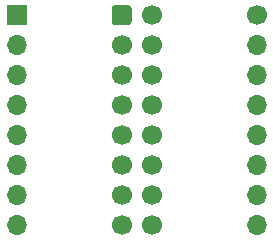
<source format=gbr>
%TF.GenerationSoftware,KiCad,Pcbnew,5.1.10*%
%TF.CreationDate,2021-11-17T23:41:25-05:00*%
%TF.ProjectId,RGB-Breakout,5247422d-4272-4656-916b-6f75742e6b69,rev?*%
%TF.SameCoordinates,Original*%
%TF.FileFunction,Soldermask,Bot*%
%TF.FilePolarity,Negative*%
%FSLAX46Y46*%
G04 Gerber Fmt 4.6, Leading zero omitted, Abs format (unit mm)*
G04 Created by KiCad (PCBNEW 5.1.10) date 2021-11-17 23:41:25*
%MOMM*%
%LPD*%
G01*
G04 APERTURE LIST*
%ADD10C,1.700000*%
%ADD11R,1.700000X1.700000*%
%ADD12O,1.700000X1.700000*%
G04 APERTURE END LIST*
%TO.C,J1*%
G36*
G01*
X129960000Y-90770000D02*
X129960000Y-89570000D01*
G75*
G02*
X130210000Y-89320000I250000J0D01*
G01*
X131410000Y-89320000D01*
G75*
G02*
X131660000Y-89570000I0J-250000D01*
G01*
X131660000Y-90770000D01*
G75*
G02*
X131410000Y-91020000I-250000J0D01*
G01*
X130210000Y-91020000D01*
G75*
G02*
X129960000Y-90770000I0J250000D01*
G01*
G37*
D10*
X130810000Y-92710000D03*
X130810000Y-95250000D03*
X130810000Y-97790000D03*
X130810000Y-100330000D03*
X130810000Y-102870000D03*
X130810000Y-105410000D03*
X130810000Y-107950000D03*
X133350000Y-90170000D03*
X133350000Y-92710000D03*
X133350000Y-95250000D03*
X133350000Y-97790000D03*
X133350000Y-100330000D03*
X133350000Y-102870000D03*
X133350000Y-105410000D03*
X133350000Y-107950000D03*
%TD*%
D11*
%TO.C,J2*%
X121920000Y-90170000D03*
D12*
X121920000Y-92710000D03*
X121920000Y-95250000D03*
X121920000Y-97790000D03*
X121920000Y-100330000D03*
X121920000Y-102870000D03*
X121920000Y-105410000D03*
X121920000Y-107950000D03*
%TD*%
D10*
%TO.C,J3*%
X142240000Y-90170000D03*
D12*
X142240000Y-92710000D03*
X142240000Y-95250000D03*
X142240000Y-97790000D03*
X142240000Y-100330000D03*
X142240000Y-102870000D03*
X142240000Y-105410000D03*
X142240000Y-107950000D03*
%TD*%
M02*

</source>
